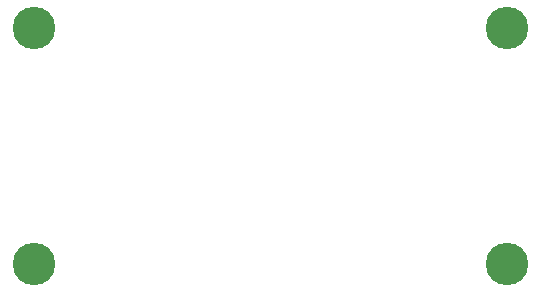
<source format=gbs>
G04 #@! TF.FileFunction,Soldermask,Bot*
%FSLAX46Y46*%
G04 Gerber Fmt 4.6, Leading zero omitted, Abs format (unit mm)*
G04 Created by KiCad (PCBNEW 4.0.2-stable) date 10/06/2016 14:43:14*
%MOMM*%
G01*
G04 APERTURE LIST*
%ADD10C,0.100000*%
%ADD11C,3.600000*%
G04 APERTURE END LIST*
D10*
D11*
X-7000000Y5000000D03*
X33000000Y5000000D03*
X-7000000Y25000000D03*
X33000000Y25000000D03*
M02*

</source>
